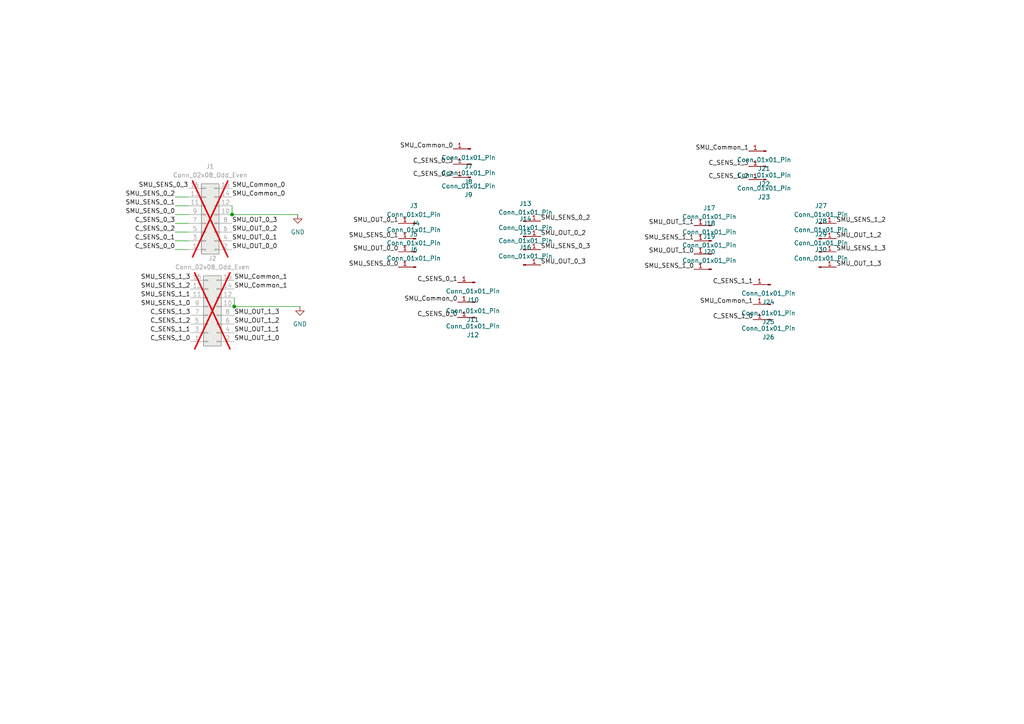
<source format=kicad_sch>
(kicad_sch (version 20231120) (generator "eeschema") (generator_version "8.0")
  (paper "A4")
  (lib_symbols
    (symbol "Connector:Conn_01x01_Pin" (pin_names (offset 1.016) hide)
      (property "Reference" "J" (at 0 2.54 0))
      (property "Value" "Conn_01x01_Pin" (at 0 -2.54 0))
      (symbol "Conn_01x01_Pin_1_1"
        (polyline (pts (xy 1.27 0) (xy 0.8636 0)) (stroke (width 0.1524)))
        (rectangle (start 0.8636 0.127) (end 0 -0.127) (stroke (width 0.1524)) (fill (type outline)))
        (pin passive line (at 5.08 0 180) (length 3.81) (name "Pin_1") (number "1"))
      )
    )
    (symbol "Connector_Generic:Conn_02x08_Odd_Even" (pin_names (offset 1.016) hide)
      (property "Reference" "J" (at 1.27 10.16 0))
      (property "Value" "Conn_02x08_Odd_Even" (at 1.27 -12.7 0))
      (symbol "Conn_02x08_Odd_Even_1_1"
        (rectangle (start -1.27 -10.033) (end 0 -10.287) (stroke (width 0.1524)))
        (rectangle (start -1.27 -7.493) (end 0 -7.747) (stroke (width 0.1524)))
        (rectangle (start -1.27 -4.953) (end 0 -5.207) (stroke (width 0.1524)))
        (rectangle (start -1.27 -2.413) (end 0 -2.667) (stroke (width 0.1524)))
        (rectangle (start -1.27 0.127) (end 0 -0.127) (stroke (width 0.1524)))
        (rectangle (start -1.27 2.667) (end 0 2.413) (stroke (width 0.1524)))
        (rectangle (start -1.27 5.207) (end 0 4.953) (stroke (width 0.1524)))
        (rectangle (start -1.27 7.747) (end 0 7.493) (stroke (width 0.1524)))
        (rectangle (start -1.27 8.89) (end 3.81 -11.43) (stroke (width 0.254)) (fill (type background)))
        (rectangle (start 3.81 -10.033) (end 2.54 -10.287) (stroke (width 0.1524)))
        (rectangle (start 3.81 -7.493) (end 2.54 -7.747) (stroke (width 0.1524)))
        (rectangle (start 3.81 -4.953) (end 2.54 -5.207) (stroke (width 0.1524)))
        (rectangle (start 3.81 -2.413) (end 2.54 -2.667) (stroke (width 0.1524)))
        (rectangle (start 3.81 0.127) (end 2.54 -0.127) (stroke (width 0.1524)))
        (rectangle (start 3.81 2.667) (end 2.54 2.413) (stroke (width 0.1524)))
        (rectangle (start 3.81 5.207) (end 2.54 4.953) (stroke (width 0.1524)))
        (rectangle (start 3.81 7.747) (end 2.54 7.493) (stroke (width 0.1524)))
        (pin passive line (at -5.08 7.62 0) (length 3.81) (name "Pin_1") (number "1"))
        (pin passive line (at 7.62 -2.54 180) (length 3.81) (name "Pin_10") (number "10"))
        (pin passive line (at -5.08 -5.08 0) (length 3.81) (name "Pin_11") (number "11"))
        (pin passive line (at 7.62 -5.08 180) (length 3.81) (name "Pin_12") (number "12"))
        (pin passive line (at -5.08 -7.62 0) (length 3.81) (name "Pin_13") (number "13"))
        (pin passive line (at 7.62 -7.62 180) (length 3.81) (name "Pin_14") (number "14"))
        (pin passive line (at -5.08 -10.16 0) (length 3.81) (name "Pin_15") (number "15"))
        (pin passive line (at 7.62 -10.16 180) (length 3.81) (name "Pin_16") (number "16"))
        (pin passive line (at 7.62 7.62 180) (length 3.81) (name "Pin_2") (number "2"))
        (pin passive line (at -5.08 5.08 0) (length 3.81) (name "Pin_3") (number "3"))
        (pin passive line (at 7.62 5.08 180) (length 3.81) (name "Pin_4") (number "4"))
        (pin passive line (at -5.08 2.54 0) (length 3.81) (name "Pin_5") (number "5"))
        (pin passive line (at 7.62 2.54 180) (length 3.81) (name "Pin_6") (number "6"))
        (pin passive line (at -5.08 0 0) (length 3.81) (name "Pin_7") (number "7"))
        (pin passive line (at 7.62 0 180) (length 3.81) (name "Pin_8") (number "8"))
        (pin passive line (at -5.08 -2.54 0) (length 3.81) (name "Pin_9") (number "9"))
      )
    )
    (symbol "power:GND" (power) (pin_names (offset 0))
      (property "Value" "GND" (at 0 -3.81 0))
      (symbol "GND_0_1"
        (polyline (pts (xy 0 0) (xy 0 -1.27) (xy 1.27 -1.27) (xy 0 -2.54) (xy -1.27 -1.27) (xy 0 -1.27)))
      )
      (symbol "GND_1_1"
        (pin power_in line (at 0 0 270) (length 0) hide (name "GND") (number "1"))
      )
    )
  )
  (junction (at 67.945 88.9))
  (junction (at 67.31 62.23))
  (wire (pts (xy 50.8 59.69) (xy 54.61 59.69)))
  (wire (pts (xy 67.945 86.36) (xy 67.945 88.9)))
  (wire (pts (xy 67.31 59.69) (xy 67.31 62.23)))
  (wire (pts (xy 50.8 72.39) (xy 54.61 72.39)))
  (wire (pts (xy 67.31 62.23) (xy 86.36 62.23)))
  (wire (pts (xy 50.8 57.15) (xy 54.61 57.15)))
  (wire (pts (xy 50.8 62.23) (xy 54.61 62.23)))
  (wire (pts (xy 50.8 69.85) (xy 54.61 69.85)))
  (wire (pts (xy 67.945 88.9) (xy 86.995 88.9)))
  (wire (pts (xy 50.8 64.77) (xy 54.61 64.77)))
  (wire (pts (xy 50.8 67.31) (xy 54.61 67.31)))
  (label "SMU_Common_1" (at 218.44 88.265 180))
  (label "SMU_Common_1" (at 67.945 81.28 0))
  (label "C_SENS_0_2" (at 50.8 67.31 180))
  (label "SMU_SENS_1_3" (at 55.245 81.28 180))
  (label "SMU_SENS_1_0" (at 55.245 88.9 180))
  (label "SMU_SENS_1_1" (at 201.295 69.85 180))
  (label "SMU_OUT_1_0" (at 67.945 99.06 0))
  (label "C_SENS_1_3" (at 217.17 48.26 180))
  (label "SMU_OUT_0_2" (at 67.31 67.31 0))
  (label "SMU_SENS_0_1" (at 115.57 69.215 180))
  (label "SMU_SENS_1_2" (at 242.57 64.77 0))
  (label "C_SENS_1_1" (at 218.44 82.55 180))
  (label "C_SENS_0_0" (at 50.8 72.39 180))
  (label "SMU_OUT_0_3" (at 156.845 76.835 0))
  (label "SMU_OUT_0_0" (at 115.57 73.025 180))
  (label "SMU_OUT_1_0" (at 201.295 73.66 180))
  (label "C_SENS_1_0" (at 218.44 92.71 180))
  (label "SMU_Common_0" (at 67.31 54.61 0))
  (label "C_SENS_1_2" (at 55.245 93.98 180))
  (label "SMU_Common_1" (at 217.17 43.815 180))
  (label "C_SENS_0_0" (at 132.715 92.075 180))
  (label "SMU_SENS_0_2" (at 156.845 64.135 0))
  (label "C_SENS_0_1" (at 132.715 81.915 180))
  (label "SMU_SENS_1_3" (at 242.57 73.025 0))
  (label "SMU_OUT_1_3" (at 67.945 91.44 0))
  (label "SMU_SENS_0_3" (at 156.845 72.39 0))
  (label "C_SENS_1_2" (at 217.17 52.07 180))
  (label "SMU_SENS_1_0" (at 201.295 78.105 180))
  (label "SMU_SENS_0_0" (at 50.8 62.23 180))
  (label "SMU_SENS_1_1" (at 55.245 86.36 180))
  (label "SMU_SENS_0_2" (at 50.8 57.15 180))
  (label "SMU_OUT_1_2" (at 67.945 93.98 0))
  (label "SMU_SENS_0_3" (at 54.61 54.61 180))
  (label "SMU_OUT_0_0" (at 67.31 72.39 0))
  (label "SMU_OUT_0_3" (at 67.31 64.77 0))
  (label "SMU_OUT_1_1" (at 67.945 96.52 0))
  (label "SMU_SENS_1_2" (at 55.245 83.82 180))
  (label "SMU_OUT_0_1" (at 67.31 69.85 0))
  (label "C_SENS_0_2" (at 131.445 51.435 180))
  (label "SMU_OUT_1_2" (at 242.57 69.215 0))
  (label "C_SENS_0_1" (at 50.8 69.85 180))
  (label "C_SENS_1_1" (at 55.245 96.52 180))
  (label "SMU_SENS_0_1" (at 50.8 59.69 180))
  (label "SMU_Common_1" (at 67.945 83.82 0))
  (label "SMU_OUT_0_2" (at 156.845 68.58 0))
  (label "C_SENS_0_3" (at 131.445 47.625 180))
  (label "C_SENS_1_3" (at 55.245 91.44 180))
  (label "SMU_OUT_0_1" (at 115.57 64.77 180))
  (label "SMU_SENS_0_0" (at 115.57 77.47 180))
  (label "SMU_OUT_1_3" (at 242.57 77.47 0))
  (label "C_SENS_1_0" (at 55.245 99.06 180))
  (label "SMU_Common_0" (at 131.445 43.18 180))
  (label "C_SENS_0_3" (at 50.8 64.77 180))
  (label "SMU_OUT_1_1" (at 201.295 65.405 180))
  (label "SMU_Common_0" (at 67.31 57.15 0))
  (label "SMU_Common_0" (at 132.715 87.63 180))
  (symbol (lib_id "Connector:Conn_01x01_Pin") (at 120.65 73.025 0) (mirror y) (unit 1)
    (property "Reference" "J5" (at 120.015 67.945 0))
    (property "Value" "Conn_01x01_Pin" (at 120.015 70.485 0))
    (property "Footprint" "TestPoint:TestPoint_Pogo_D2.0mm" (effects (hide yes)))
    (property "LCSC" "C5221292" (effects (hide yes)))
  )
  (symbol (lib_id "Connector:Conn_01x01_Pin") (at 222.25 43.815 180) (unit 1)
    (property "Reference" "J21" (at 221.615 48.895 0))
    (property "Value" "Conn_01x01_Pin" (at 221.615 46.355 0))
    (property "Footprint" "TestPoint:TestPoint_Pogo_D2.0mm" (effects (hide yes)))
    (property "LCSC" "C5221292" (effects (hide yes)))
  )
  (symbol (lib_id "Connector:Conn_01x01_Pin") (at 223.52 92.71 180) (unit 1)
    (property "Reference" "J26" (at 222.885 97.79 0))
    (property "Value" "Conn_01x01_Pin" (at 222.885 95.25 0))
    (property "Footprint" "TestPoint:TestPoint_Pogo_D2.0mm" (effects (hide yes)))
    (property "LCSC" "C5221292" (effects (hide yes)))
  )
  (symbol (lib_id "Connector:Conn_01x01_Pin") (at 237.49 77.47 0) (unit 1)
    (property "Reference" "J30" (at 238.125 72.39 0))
    (property "Value" "Conn_01x01_Pin" (at 238.125 74.93 0))
    (property "Footprint" "TestPoint:TestPoint_Pogo_D2.0mm" (effects (hide yes)))
    (property "LCSC" "C5221292" (effects (hide yes)))
  )
  (symbol (lib_id "Connector_Generic:Conn_02x08_Odd_Even") (at 60.325 91.44 0) (mirror x) (unit 1) (in_bom no) (dnp yes)
    (property "Reference" "J2" (at 61.595 74.93 0))
    (property "Value" "Conn_02x08_Odd_Even" (at 61.595 77.47 0))
    (property "Footprint" "Connector_IDC:IDC-Header_2x08_P2.54mm_Vertical" (effects (hide yes)))
    (property "LCSC" "C2977593" (effects (hide yes)))
  )
  (symbol (lib_id "Connector:Conn_01x01_Pin") (at 151.765 72.39 0) (unit 1)
    (property "Reference" "J15" (at 152.4 67.31 0))
    (property "Value" "Conn_01x01_Pin" (at 152.4 69.85 0))
    (property "Footprint" "TestPoint:TestPoint_Pogo_D2.0mm" (effects (hide yes)))
    (property "LCSC" "C5221292" (effects (hide yes)))
  )
  (symbol (lib_id "Connector:Conn_01x01_Pin") (at 222.25 52.07 180) (unit 1)
    (property "Reference" "J23" (at 221.615 57.15 0))
    (property "Value" "Conn_01x01_Pin" (at 221.615 54.61 0))
    (property "Footprint" "TestPoint:TestPoint_Pogo_D2.0mm" (effects (hide yes)))
    (property "LCSC" "C5221292" (effects (hide yes)))
  )
  (symbol (lib_id "Connector:Conn_01x01_Pin") (at 237.49 64.77 0) (unit 1)
    (property "Reference" "J27" (at 238.125 59.69 0))
    (property "Value" "Conn_01x01_Pin" (at 238.125 62.23 0))
    (property "Footprint" "TestPoint:TestPoint_Pogo_D2.0mm" (effects (hide yes)))
    (property "LCSC" "C5221292" (effects (hide yes)))
  )
  (symbol (lib_id "Connector:Conn_01x01_Pin") (at 136.525 43.18 180) (unit 1)
    (property "Reference" "J7" (at 135.89 48.26 0))
    (property "Value" "Conn_01x01_Pin" (at 135.89 45.72 0))
    (property "Footprint" "TestPoint:TestPoint_Pogo_D2.0mm" (effects (hide yes)))
    (property "LCSC" "C5221292" (effects (hide yes)))
  )
  (symbol (lib_id "Connector:Conn_01x01_Pin") (at 206.375 65.405 0) (mirror y) (unit 1)
    (property "Reference" "J17" (at 205.74 60.325 0))
    (property "Value" "Conn_01x01_Pin" (at 205.74 62.865 0))
    (property "Footprint" "TestPoint:TestPoint_Pogo_D2.0mm" (effects (hide yes)))
    (property "LCSC" "C5221292" (effects (hide yes)))
  )
  (symbol (lib_id "power:GND") (at 86.36 62.23 0) (mirror y) (unit 1)
    (property "Reference" "#PWR01" (effects (hide yes)))
    (property "Value" "GND" (at 86.36 67.31 0))
    (property "Footprint" "Connector:Banana_Jack_1Pin" (effects (hide yes)))
  )
  (symbol (lib_id "Connector:Conn_01x01_Pin") (at 137.795 81.915 180) (unit 1)
    (property "Reference" "J10" (at 137.16 86.995 0))
    (property "Value" "Conn_01x01_Pin" (at 137.16 84.455 0))
    (property "Footprint" "TestPoint:TestPoint_Pogo_D2.0mm" (effects (hide yes)))
    (property "LCSC" "C5221292" (effects (hide yes)))
  )
  (symbol (lib_id "power:GND") (at 86.995 88.9 0) (mirror y) (unit 1)
    (property "Reference" "#PWR02" (effects (hide yes)))
    (property "Value" "GND" (at 86.995 93.98 0))
    (property "Footprint" "Connector:Banana_Jack_1Pin" (effects (hide yes)))
  )
  (symbol (lib_id "Connector:Conn_01x01_Pin") (at 120.65 69.215 0) (mirror y) (unit 1)
    (property "Reference" "J4" (at 120.65 64.77 0))
    (property "Value" "Conn_01x01_Pin" (at 120.015 66.675 0))
    (property "Footprint" "TestPoint:TestPoint_Pogo_D2.0mm" (effects (hide yes)))
    (property "LCSC" "C5221292" (effects (hide yes)))
  )
  (symbol (lib_id "Connector:Conn_01x01_Pin") (at 151.765 76.835 0) (unit 1)
    (property "Reference" "J16" (at 152.4 71.755 0))
    (property "Value" "Conn_01x01_Pin" (at 152.4 74.295 0))
    (property "Footprint" "TestPoint:TestPoint_Pogo_D2.0mm" (effects (hide yes)))
    (property "LCSC" "C5221292" (effects (hide yes)))
  )
  (symbol (lib_id "Connector:Conn_01x01_Pin") (at 136.525 47.625 180) (unit 1)
    (property "Reference" "J8" (at 135.89 52.705 0))
    (property "Value" "Conn_01x01_Pin" (at 135.89 50.165 0))
    (property "Footprint" "TestPoint:TestPoint_Pogo_D2.0mm" (effects (hide yes)))
    (property "LCSC" "C5221292" (effects (hide yes)))
  )
  (symbol (lib_id "Connector:Conn_01x01_Pin") (at 223.52 82.55 180) (unit 1)
    (property "Reference" "J24" (at 222.885 87.63 0))
    (property "Value" "Conn_01x01_Pin" (at 222.885 85.09 0))
    (property "Footprint" "TestPoint:TestPoint_Pogo_D2.0mm" (effects (hide yes)))
    (property "LCSC" "C5221292" (effects (hide yes)))
  )
  (symbol (lib_id "Connector:Conn_01x01_Pin") (at 206.375 78.105 0) (mirror y) (unit 1)
    (property "Reference" "J20" (at 205.74 73.025 0))
    (property "Value" "Conn_01x01_Pin" (at 205.74 75.565 0))
    (property "Footprint" "TestPoint:TestPoint_Pogo_D2.0mm" (effects (hide yes)))
    (property "LCSC" "C5221292" (effects (hide yes)))
  )
  (symbol (lib_id "Connector:Conn_01x01_Pin") (at 137.795 87.63 180) (unit 1)
    (property "Reference" "J11" (at 137.16 92.71 0))
    (property "Value" "Conn_01x01_Pin" (at 137.16 90.17 0))
    (property "Footprint" "TestPoint:TestPoint_Pogo_D2.0mm" (effects (hide yes)))
    (property "LCSC" "C5221292" (effects (hide yes)))
  )
  (symbol (lib_id "Connector:Conn_01x01_Pin") (at 151.765 68.58 0) (unit 1)
    (property "Reference" "J14" (at 152.4 63.5 0))
    (property "Value" "Conn_01x01_Pin" (at 152.4 66.04 0))
    (property "Footprint" "TestPoint:TestPoint_Pogo_D2.0mm" (effects (hide yes)))
    (property "LCSC" "C5221292" (effects (hide yes)))
  )
  (symbol (lib_id "Connector:Conn_01x01_Pin") (at 136.525 51.435 180) (unit 1)
    (property "Reference" "J9" (at 135.89 56.515 0))
    (property "Value" "Conn_01x01_Pin" (at 135.89 53.975 0))
    (property "Footprint" "TestPoint:TestPoint_Pogo_D2.0mm" (effects (hide yes)))
    (property "LCSC" "C5221292" (effects (hide yes)))
  )
  (symbol (lib_id "Connector:Conn_01x01_Pin") (at 206.375 69.85 0) (mirror y) (unit 1)
    (property "Reference" "J18" (at 205.74 64.77 0))
    (property "Value" "Conn_01x01_Pin" (at 205.74 67.31 0))
    (property "Footprint" "TestPoint:TestPoint_Pogo_D2.0mm" (effects (hide yes)))
    (property "LCSC" "C5221292" (effects (hide yes)))
  )
  (symbol (lib_id "Connector:Conn_01x01_Pin") (at 137.795 92.075 180) (unit 1)
    (property "Reference" "J12" (at 137.16 97.155 0))
    (property "Value" "Conn_01x01_Pin" (at 137.16 94.615 0))
    (property "Footprint" "TestPoint:TestPoint_Pogo_D2.0mm" (effects (hide yes)))
    (property "LCSC" "C5221292" (effects (hide yes)))
  )
  (symbol (lib_id "Connector:Conn_01x01_Pin") (at 206.375 73.66 0) (mirror y) (unit 1)
    (property "Reference" "J19" (at 205.74 68.58 0))
    (property "Value" "Conn_01x01_Pin" (at 205.74 71.12 0))
    (property "Footprint" "TestPoint:TestPoint_Pogo_D2.0mm" (effects (hide yes)))
    (property "LCSC" "C5221292" (effects (hide yes)))
  )
  (symbol (lib_id "Connector:Conn_01x01_Pin") (at 151.765 64.135 0) (unit 1)
    (property "Reference" "J13" (at 152.4 59.055 0))
    (property "Value" "Conn_01x01_Pin" (at 152.4 61.595 0))
    (property "Footprint" "TestPoint:TestPoint_Pogo_D2.0mm" (effects (hide yes)))
    (property "LCSC" "C5221292" (effects (hide yes)))
  )
  (symbol (lib_id "Connector:Conn_01x01_Pin") (at 222.25 48.26 180) (unit 1)
    (property "Reference" "J22" (at 221.615 53.34 0))
    (property "Value" "Conn_01x01_Pin" (at 221.615 50.8 0))
    (property "Footprint" "TestPoint:TestPoint_Pogo_D2.0mm" (effects (hide yes)))
    (property "LCSC" "C5221292" (effects (hide yes)))
  )
  (symbol (lib_id "Connector:Conn_01x01_Pin") (at 120.65 64.77 0) (mirror y) (unit 1)
    (property "Reference" "J3" (at 120.015 59.69 0))
    (property "Value" "Conn_01x01_Pin" (at 120.015 62.23 0))
    (property "Footprint" "TestPoint:TestPoint_Pogo_D2.0mm" (effects (hide yes)))
    (property "LCSC" "C5221292" (effects (hide yes)))
  )
  (symbol (lib_id "Connector:Conn_01x01_Pin") (at 120.65 77.47 0) (mirror y) (unit 1)
    (property "Reference" "J6" (at 120.015 72.39 0))
    (property "Value" "Conn_01x01_Pin" (at 120.015 74.93 0))
    (property "Footprint" "TestPoint:TestPoint_Pogo_D2.0mm" (effects (hide yes)))
    (property "LCSC" "C5221292" (effects (hide yes)))
  )
  (symbol (lib_id "Connector:Conn_01x01_Pin") (at 237.49 73.025 0) (unit 1)
    (property "Reference" "J29" (at 238.125 67.945 0))
    (property "Value" "Conn_01x01_Pin" (at 238.125 70.485 0))
    (property "Footprint" "TestPoint:TestPoint_Pogo_D2.0mm" (effects (hide yes)))
    (property "LCSC" "C5221292" (effects (hide yes)))
  )
  (symbol (lib_id "Connector_Generic:Conn_02x08_Odd_Even") (at 59.69 64.77 0) (mirror x) (unit 1) (in_bom no) (dnp yes)
    (property "Reference" "J1" (at 60.96 48.26 0))
    (property "Value" "Conn_02x08_Odd_Even" (at 60.96 50.8 0))
    (property "Footprint" "Connector_IDC:IDC-Header_2x08_P2.54mm_Vertical" (effects (hide yes)))
    (property "LCSC" "C2977593" (effects (hide yes)))
  )
  (symbol (lib_id "Connector:Conn_01x01_Pin") (at 237.49 69.215 0) (unit 1)
    (property "Reference" "J28" (at 238.125 64.135 0))
    (property "Value" "Conn_01x01_Pin" (at 238.125 66.675 0))
    (property "Footprint" "TestPoint:TestPoint_Pogo_D2.0mm" (effects (hide yes)))
    (property "LCSC" "C5221292" (effects (hide yes)))
  )
  (symbol (lib_id "Connector:Conn_01x01_Pin") (at 223.52 88.265 180) (unit 1)
    (property "Reference" "J25" (at 222.885 93.345 0))
    (property "Value" "Conn_01x01_Pin" (at 222.885 90.805 0))
    (property "Footprint" "TestPoint:TestPoint_Pogo_D2.0mm" (effects (hide yes)))
    (property "LCSC" "C5221292" (effects (hide yes)))
  )
)
</source>
